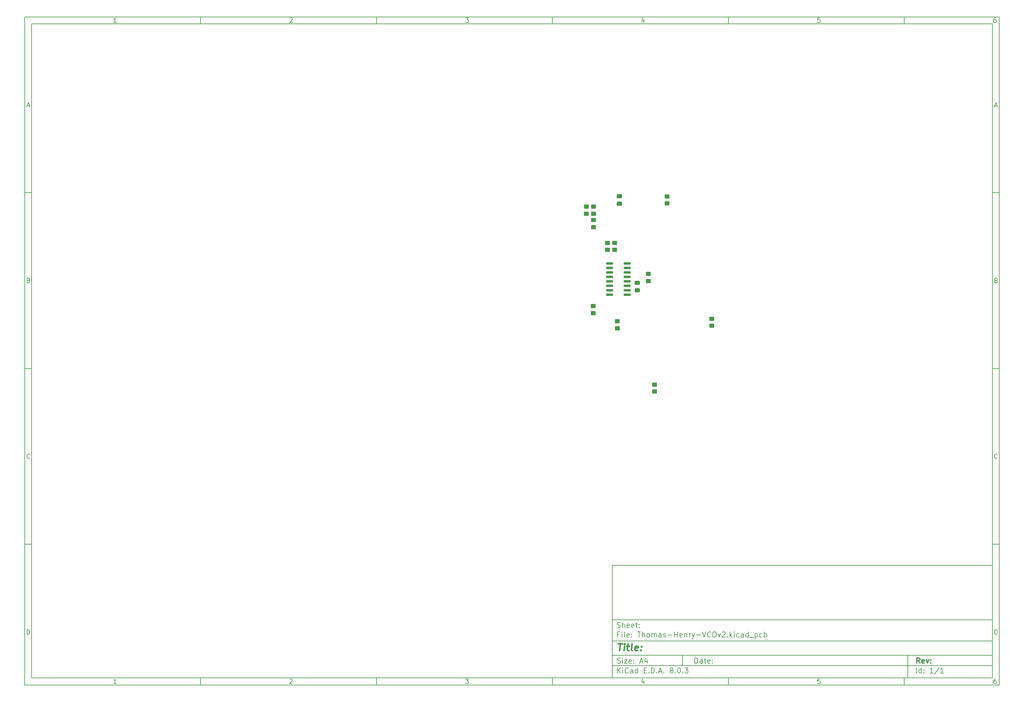
<source format=gbr>
%TF.GenerationSoftware,KiCad,Pcbnew,8.0.3*%
%TF.CreationDate,2024-12-05T20:13:47+00:00*%
%TF.ProjectId,Thomas-Henry-VCOv2,54686f6d-6173-42d4-9865-6e72792d5643,rev?*%
%TF.SameCoordinates,Original*%
%TF.FileFunction,Paste,Bot*%
%TF.FilePolarity,Positive*%
%FSLAX46Y46*%
G04 Gerber Fmt 4.6, Leading zero omitted, Abs format (unit mm)*
G04 Created by KiCad (PCBNEW 8.0.3) date 2024-12-05 20:13:47*
%MOMM*%
%LPD*%
G01*
G04 APERTURE LIST*
G04 Aperture macros list*
%AMRoundRect*
0 Rectangle with rounded corners*
0 $1 Rounding radius*
0 $2 $3 $4 $5 $6 $7 $8 $9 X,Y pos of 4 corners*
0 Add a 4 corners polygon primitive as box body*
4,1,4,$2,$3,$4,$5,$6,$7,$8,$9,$2,$3,0*
0 Add four circle primitives for the rounded corners*
1,1,$1+$1,$2,$3*
1,1,$1+$1,$4,$5*
1,1,$1+$1,$6,$7*
1,1,$1+$1,$8,$9*
0 Add four rect primitives between the rounded corners*
20,1,$1+$1,$2,$3,$4,$5,0*
20,1,$1+$1,$4,$5,$6,$7,0*
20,1,$1+$1,$6,$7,$8,$9,0*
20,1,$1+$1,$8,$9,$2,$3,0*%
G04 Aperture macros list end*
%ADD10C,0.100000*%
%ADD11C,0.150000*%
%ADD12C,0.300000*%
%ADD13C,0.400000*%
%ADD14RoundRect,0.250000X-0.475000X0.337500X-0.475000X-0.337500X0.475000X-0.337500X0.475000X0.337500X0*%
%ADD15RoundRect,0.250000X0.450000X-0.350000X0.450000X0.350000X-0.450000X0.350000X-0.450000X-0.350000X0*%
%ADD16RoundRect,0.250000X-0.450000X0.350000X-0.450000X-0.350000X0.450000X-0.350000X0.450000X0.350000X0*%
%ADD17RoundRect,0.150000X0.825000X0.150000X-0.825000X0.150000X-0.825000X-0.150000X0.825000X-0.150000X0*%
G04 APERTURE END LIST*
D10*
D11*
X177002200Y-166007200D02*
X285002200Y-166007200D01*
X285002200Y-198007200D01*
X177002200Y-198007200D01*
X177002200Y-166007200D01*
D10*
D11*
X10000000Y-10000000D02*
X287002200Y-10000000D01*
X287002200Y-200007200D01*
X10000000Y-200007200D01*
X10000000Y-10000000D01*
D10*
D11*
X12000000Y-12000000D02*
X285002200Y-12000000D01*
X285002200Y-198007200D01*
X12000000Y-198007200D01*
X12000000Y-12000000D01*
D10*
D11*
X60000000Y-12000000D02*
X60000000Y-10000000D01*
D10*
D11*
X110000000Y-12000000D02*
X110000000Y-10000000D01*
D10*
D11*
X160000000Y-12000000D02*
X160000000Y-10000000D01*
D10*
D11*
X210000000Y-12000000D02*
X210000000Y-10000000D01*
D10*
D11*
X260000000Y-12000000D02*
X260000000Y-10000000D01*
D10*
D11*
X36089160Y-11593604D02*
X35346303Y-11593604D01*
X35717731Y-11593604D02*
X35717731Y-10293604D01*
X35717731Y-10293604D02*
X35593922Y-10479319D01*
X35593922Y-10479319D02*
X35470112Y-10603128D01*
X35470112Y-10603128D02*
X35346303Y-10665033D01*
D10*
D11*
X85346303Y-10417414D02*
X85408207Y-10355509D01*
X85408207Y-10355509D02*
X85532017Y-10293604D01*
X85532017Y-10293604D02*
X85841541Y-10293604D01*
X85841541Y-10293604D02*
X85965350Y-10355509D01*
X85965350Y-10355509D02*
X86027255Y-10417414D01*
X86027255Y-10417414D02*
X86089160Y-10541223D01*
X86089160Y-10541223D02*
X86089160Y-10665033D01*
X86089160Y-10665033D02*
X86027255Y-10850747D01*
X86027255Y-10850747D02*
X85284398Y-11593604D01*
X85284398Y-11593604D02*
X86089160Y-11593604D01*
D10*
D11*
X135284398Y-10293604D02*
X136089160Y-10293604D01*
X136089160Y-10293604D02*
X135655826Y-10788842D01*
X135655826Y-10788842D02*
X135841541Y-10788842D01*
X135841541Y-10788842D02*
X135965350Y-10850747D01*
X135965350Y-10850747D02*
X136027255Y-10912652D01*
X136027255Y-10912652D02*
X136089160Y-11036461D01*
X136089160Y-11036461D02*
X136089160Y-11345985D01*
X136089160Y-11345985D02*
X136027255Y-11469795D01*
X136027255Y-11469795D02*
X135965350Y-11531700D01*
X135965350Y-11531700D02*
X135841541Y-11593604D01*
X135841541Y-11593604D02*
X135470112Y-11593604D01*
X135470112Y-11593604D02*
X135346303Y-11531700D01*
X135346303Y-11531700D02*
X135284398Y-11469795D01*
D10*
D11*
X185965350Y-10726938D02*
X185965350Y-11593604D01*
X185655826Y-10231700D02*
X185346303Y-11160271D01*
X185346303Y-11160271D02*
X186151064Y-11160271D01*
D10*
D11*
X236027255Y-10293604D02*
X235408207Y-10293604D01*
X235408207Y-10293604D02*
X235346303Y-10912652D01*
X235346303Y-10912652D02*
X235408207Y-10850747D01*
X235408207Y-10850747D02*
X235532017Y-10788842D01*
X235532017Y-10788842D02*
X235841541Y-10788842D01*
X235841541Y-10788842D02*
X235965350Y-10850747D01*
X235965350Y-10850747D02*
X236027255Y-10912652D01*
X236027255Y-10912652D02*
X236089160Y-11036461D01*
X236089160Y-11036461D02*
X236089160Y-11345985D01*
X236089160Y-11345985D02*
X236027255Y-11469795D01*
X236027255Y-11469795D02*
X235965350Y-11531700D01*
X235965350Y-11531700D02*
X235841541Y-11593604D01*
X235841541Y-11593604D02*
X235532017Y-11593604D01*
X235532017Y-11593604D02*
X235408207Y-11531700D01*
X235408207Y-11531700D02*
X235346303Y-11469795D01*
D10*
D11*
X285965350Y-10293604D02*
X285717731Y-10293604D01*
X285717731Y-10293604D02*
X285593922Y-10355509D01*
X285593922Y-10355509D02*
X285532017Y-10417414D01*
X285532017Y-10417414D02*
X285408207Y-10603128D01*
X285408207Y-10603128D02*
X285346303Y-10850747D01*
X285346303Y-10850747D02*
X285346303Y-11345985D01*
X285346303Y-11345985D02*
X285408207Y-11469795D01*
X285408207Y-11469795D02*
X285470112Y-11531700D01*
X285470112Y-11531700D02*
X285593922Y-11593604D01*
X285593922Y-11593604D02*
X285841541Y-11593604D01*
X285841541Y-11593604D02*
X285965350Y-11531700D01*
X285965350Y-11531700D02*
X286027255Y-11469795D01*
X286027255Y-11469795D02*
X286089160Y-11345985D01*
X286089160Y-11345985D02*
X286089160Y-11036461D01*
X286089160Y-11036461D02*
X286027255Y-10912652D01*
X286027255Y-10912652D02*
X285965350Y-10850747D01*
X285965350Y-10850747D02*
X285841541Y-10788842D01*
X285841541Y-10788842D02*
X285593922Y-10788842D01*
X285593922Y-10788842D02*
X285470112Y-10850747D01*
X285470112Y-10850747D02*
X285408207Y-10912652D01*
X285408207Y-10912652D02*
X285346303Y-11036461D01*
D10*
D11*
X60000000Y-198007200D02*
X60000000Y-200007200D01*
D10*
D11*
X110000000Y-198007200D02*
X110000000Y-200007200D01*
D10*
D11*
X160000000Y-198007200D02*
X160000000Y-200007200D01*
D10*
D11*
X210000000Y-198007200D02*
X210000000Y-200007200D01*
D10*
D11*
X260000000Y-198007200D02*
X260000000Y-200007200D01*
D10*
D11*
X36089160Y-199600804D02*
X35346303Y-199600804D01*
X35717731Y-199600804D02*
X35717731Y-198300804D01*
X35717731Y-198300804D02*
X35593922Y-198486519D01*
X35593922Y-198486519D02*
X35470112Y-198610328D01*
X35470112Y-198610328D02*
X35346303Y-198672233D01*
D10*
D11*
X85346303Y-198424614D02*
X85408207Y-198362709D01*
X85408207Y-198362709D02*
X85532017Y-198300804D01*
X85532017Y-198300804D02*
X85841541Y-198300804D01*
X85841541Y-198300804D02*
X85965350Y-198362709D01*
X85965350Y-198362709D02*
X86027255Y-198424614D01*
X86027255Y-198424614D02*
X86089160Y-198548423D01*
X86089160Y-198548423D02*
X86089160Y-198672233D01*
X86089160Y-198672233D02*
X86027255Y-198857947D01*
X86027255Y-198857947D02*
X85284398Y-199600804D01*
X85284398Y-199600804D02*
X86089160Y-199600804D01*
D10*
D11*
X135284398Y-198300804D02*
X136089160Y-198300804D01*
X136089160Y-198300804D02*
X135655826Y-198796042D01*
X135655826Y-198796042D02*
X135841541Y-198796042D01*
X135841541Y-198796042D02*
X135965350Y-198857947D01*
X135965350Y-198857947D02*
X136027255Y-198919852D01*
X136027255Y-198919852D02*
X136089160Y-199043661D01*
X136089160Y-199043661D02*
X136089160Y-199353185D01*
X136089160Y-199353185D02*
X136027255Y-199476995D01*
X136027255Y-199476995D02*
X135965350Y-199538900D01*
X135965350Y-199538900D02*
X135841541Y-199600804D01*
X135841541Y-199600804D02*
X135470112Y-199600804D01*
X135470112Y-199600804D02*
X135346303Y-199538900D01*
X135346303Y-199538900D02*
X135284398Y-199476995D01*
D10*
D11*
X185965350Y-198734138D02*
X185965350Y-199600804D01*
X185655826Y-198238900D02*
X185346303Y-199167471D01*
X185346303Y-199167471D02*
X186151064Y-199167471D01*
D10*
D11*
X236027255Y-198300804D02*
X235408207Y-198300804D01*
X235408207Y-198300804D02*
X235346303Y-198919852D01*
X235346303Y-198919852D02*
X235408207Y-198857947D01*
X235408207Y-198857947D02*
X235532017Y-198796042D01*
X235532017Y-198796042D02*
X235841541Y-198796042D01*
X235841541Y-198796042D02*
X235965350Y-198857947D01*
X235965350Y-198857947D02*
X236027255Y-198919852D01*
X236027255Y-198919852D02*
X236089160Y-199043661D01*
X236089160Y-199043661D02*
X236089160Y-199353185D01*
X236089160Y-199353185D02*
X236027255Y-199476995D01*
X236027255Y-199476995D02*
X235965350Y-199538900D01*
X235965350Y-199538900D02*
X235841541Y-199600804D01*
X235841541Y-199600804D02*
X235532017Y-199600804D01*
X235532017Y-199600804D02*
X235408207Y-199538900D01*
X235408207Y-199538900D02*
X235346303Y-199476995D01*
D10*
D11*
X285965350Y-198300804D02*
X285717731Y-198300804D01*
X285717731Y-198300804D02*
X285593922Y-198362709D01*
X285593922Y-198362709D02*
X285532017Y-198424614D01*
X285532017Y-198424614D02*
X285408207Y-198610328D01*
X285408207Y-198610328D02*
X285346303Y-198857947D01*
X285346303Y-198857947D02*
X285346303Y-199353185D01*
X285346303Y-199353185D02*
X285408207Y-199476995D01*
X285408207Y-199476995D02*
X285470112Y-199538900D01*
X285470112Y-199538900D02*
X285593922Y-199600804D01*
X285593922Y-199600804D02*
X285841541Y-199600804D01*
X285841541Y-199600804D02*
X285965350Y-199538900D01*
X285965350Y-199538900D02*
X286027255Y-199476995D01*
X286027255Y-199476995D02*
X286089160Y-199353185D01*
X286089160Y-199353185D02*
X286089160Y-199043661D01*
X286089160Y-199043661D02*
X286027255Y-198919852D01*
X286027255Y-198919852D02*
X285965350Y-198857947D01*
X285965350Y-198857947D02*
X285841541Y-198796042D01*
X285841541Y-198796042D02*
X285593922Y-198796042D01*
X285593922Y-198796042D02*
X285470112Y-198857947D01*
X285470112Y-198857947D02*
X285408207Y-198919852D01*
X285408207Y-198919852D02*
X285346303Y-199043661D01*
D10*
D11*
X10000000Y-60000000D02*
X12000000Y-60000000D01*
D10*
D11*
X10000000Y-110000000D02*
X12000000Y-110000000D01*
D10*
D11*
X10000000Y-160000000D02*
X12000000Y-160000000D01*
D10*
D11*
X10690476Y-35222176D02*
X11309523Y-35222176D01*
X10566666Y-35593604D02*
X10999999Y-34293604D01*
X10999999Y-34293604D02*
X11433333Y-35593604D01*
D10*
D11*
X11092857Y-84912652D02*
X11278571Y-84974557D01*
X11278571Y-84974557D02*
X11340476Y-85036461D01*
X11340476Y-85036461D02*
X11402380Y-85160271D01*
X11402380Y-85160271D02*
X11402380Y-85345985D01*
X11402380Y-85345985D02*
X11340476Y-85469795D01*
X11340476Y-85469795D02*
X11278571Y-85531700D01*
X11278571Y-85531700D02*
X11154761Y-85593604D01*
X11154761Y-85593604D02*
X10659523Y-85593604D01*
X10659523Y-85593604D02*
X10659523Y-84293604D01*
X10659523Y-84293604D02*
X11092857Y-84293604D01*
X11092857Y-84293604D02*
X11216666Y-84355509D01*
X11216666Y-84355509D02*
X11278571Y-84417414D01*
X11278571Y-84417414D02*
X11340476Y-84541223D01*
X11340476Y-84541223D02*
X11340476Y-84665033D01*
X11340476Y-84665033D02*
X11278571Y-84788842D01*
X11278571Y-84788842D02*
X11216666Y-84850747D01*
X11216666Y-84850747D02*
X11092857Y-84912652D01*
X11092857Y-84912652D02*
X10659523Y-84912652D01*
D10*
D11*
X11402380Y-135469795D02*
X11340476Y-135531700D01*
X11340476Y-135531700D02*
X11154761Y-135593604D01*
X11154761Y-135593604D02*
X11030952Y-135593604D01*
X11030952Y-135593604D02*
X10845238Y-135531700D01*
X10845238Y-135531700D02*
X10721428Y-135407890D01*
X10721428Y-135407890D02*
X10659523Y-135284080D01*
X10659523Y-135284080D02*
X10597619Y-135036461D01*
X10597619Y-135036461D02*
X10597619Y-134850747D01*
X10597619Y-134850747D02*
X10659523Y-134603128D01*
X10659523Y-134603128D02*
X10721428Y-134479319D01*
X10721428Y-134479319D02*
X10845238Y-134355509D01*
X10845238Y-134355509D02*
X11030952Y-134293604D01*
X11030952Y-134293604D02*
X11154761Y-134293604D01*
X11154761Y-134293604D02*
X11340476Y-134355509D01*
X11340476Y-134355509D02*
X11402380Y-134417414D01*
D10*
D11*
X10659523Y-185593604D02*
X10659523Y-184293604D01*
X10659523Y-184293604D02*
X10969047Y-184293604D01*
X10969047Y-184293604D02*
X11154761Y-184355509D01*
X11154761Y-184355509D02*
X11278571Y-184479319D01*
X11278571Y-184479319D02*
X11340476Y-184603128D01*
X11340476Y-184603128D02*
X11402380Y-184850747D01*
X11402380Y-184850747D02*
X11402380Y-185036461D01*
X11402380Y-185036461D02*
X11340476Y-185284080D01*
X11340476Y-185284080D02*
X11278571Y-185407890D01*
X11278571Y-185407890D02*
X11154761Y-185531700D01*
X11154761Y-185531700D02*
X10969047Y-185593604D01*
X10969047Y-185593604D02*
X10659523Y-185593604D01*
D10*
D11*
X287002200Y-60000000D02*
X285002200Y-60000000D01*
D10*
D11*
X287002200Y-110000000D02*
X285002200Y-110000000D01*
D10*
D11*
X287002200Y-160000000D02*
X285002200Y-160000000D01*
D10*
D11*
X285692676Y-35222176D02*
X286311723Y-35222176D01*
X285568866Y-35593604D02*
X286002199Y-34293604D01*
X286002199Y-34293604D02*
X286435533Y-35593604D01*
D10*
D11*
X286095057Y-84912652D02*
X286280771Y-84974557D01*
X286280771Y-84974557D02*
X286342676Y-85036461D01*
X286342676Y-85036461D02*
X286404580Y-85160271D01*
X286404580Y-85160271D02*
X286404580Y-85345985D01*
X286404580Y-85345985D02*
X286342676Y-85469795D01*
X286342676Y-85469795D02*
X286280771Y-85531700D01*
X286280771Y-85531700D02*
X286156961Y-85593604D01*
X286156961Y-85593604D02*
X285661723Y-85593604D01*
X285661723Y-85593604D02*
X285661723Y-84293604D01*
X285661723Y-84293604D02*
X286095057Y-84293604D01*
X286095057Y-84293604D02*
X286218866Y-84355509D01*
X286218866Y-84355509D02*
X286280771Y-84417414D01*
X286280771Y-84417414D02*
X286342676Y-84541223D01*
X286342676Y-84541223D02*
X286342676Y-84665033D01*
X286342676Y-84665033D02*
X286280771Y-84788842D01*
X286280771Y-84788842D02*
X286218866Y-84850747D01*
X286218866Y-84850747D02*
X286095057Y-84912652D01*
X286095057Y-84912652D02*
X285661723Y-84912652D01*
D10*
D11*
X286404580Y-135469795D02*
X286342676Y-135531700D01*
X286342676Y-135531700D02*
X286156961Y-135593604D01*
X286156961Y-135593604D02*
X286033152Y-135593604D01*
X286033152Y-135593604D02*
X285847438Y-135531700D01*
X285847438Y-135531700D02*
X285723628Y-135407890D01*
X285723628Y-135407890D02*
X285661723Y-135284080D01*
X285661723Y-135284080D02*
X285599819Y-135036461D01*
X285599819Y-135036461D02*
X285599819Y-134850747D01*
X285599819Y-134850747D02*
X285661723Y-134603128D01*
X285661723Y-134603128D02*
X285723628Y-134479319D01*
X285723628Y-134479319D02*
X285847438Y-134355509D01*
X285847438Y-134355509D02*
X286033152Y-134293604D01*
X286033152Y-134293604D02*
X286156961Y-134293604D01*
X286156961Y-134293604D02*
X286342676Y-134355509D01*
X286342676Y-134355509D02*
X286404580Y-134417414D01*
D10*
D11*
X285661723Y-185593604D02*
X285661723Y-184293604D01*
X285661723Y-184293604D02*
X285971247Y-184293604D01*
X285971247Y-184293604D02*
X286156961Y-184355509D01*
X286156961Y-184355509D02*
X286280771Y-184479319D01*
X286280771Y-184479319D02*
X286342676Y-184603128D01*
X286342676Y-184603128D02*
X286404580Y-184850747D01*
X286404580Y-184850747D02*
X286404580Y-185036461D01*
X286404580Y-185036461D02*
X286342676Y-185284080D01*
X286342676Y-185284080D02*
X286280771Y-185407890D01*
X286280771Y-185407890D02*
X286156961Y-185531700D01*
X286156961Y-185531700D02*
X285971247Y-185593604D01*
X285971247Y-185593604D02*
X285661723Y-185593604D01*
D10*
D11*
X200458026Y-193793328D02*
X200458026Y-192293328D01*
X200458026Y-192293328D02*
X200815169Y-192293328D01*
X200815169Y-192293328D02*
X201029455Y-192364757D01*
X201029455Y-192364757D02*
X201172312Y-192507614D01*
X201172312Y-192507614D02*
X201243741Y-192650471D01*
X201243741Y-192650471D02*
X201315169Y-192936185D01*
X201315169Y-192936185D02*
X201315169Y-193150471D01*
X201315169Y-193150471D02*
X201243741Y-193436185D01*
X201243741Y-193436185D02*
X201172312Y-193579042D01*
X201172312Y-193579042D02*
X201029455Y-193721900D01*
X201029455Y-193721900D02*
X200815169Y-193793328D01*
X200815169Y-193793328D02*
X200458026Y-193793328D01*
X202600884Y-193793328D02*
X202600884Y-193007614D01*
X202600884Y-193007614D02*
X202529455Y-192864757D01*
X202529455Y-192864757D02*
X202386598Y-192793328D01*
X202386598Y-192793328D02*
X202100884Y-192793328D01*
X202100884Y-192793328D02*
X201958026Y-192864757D01*
X202600884Y-193721900D02*
X202458026Y-193793328D01*
X202458026Y-193793328D02*
X202100884Y-193793328D01*
X202100884Y-193793328D02*
X201958026Y-193721900D01*
X201958026Y-193721900D02*
X201886598Y-193579042D01*
X201886598Y-193579042D02*
X201886598Y-193436185D01*
X201886598Y-193436185D02*
X201958026Y-193293328D01*
X201958026Y-193293328D02*
X202100884Y-193221900D01*
X202100884Y-193221900D02*
X202458026Y-193221900D01*
X202458026Y-193221900D02*
X202600884Y-193150471D01*
X203100884Y-192793328D02*
X203672312Y-192793328D01*
X203315169Y-192293328D02*
X203315169Y-193579042D01*
X203315169Y-193579042D02*
X203386598Y-193721900D01*
X203386598Y-193721900D02*
X203529455Y-193793328D01*
X203529455Y-193793328D02*
X203672312Y-193793328D01*
X204743741Y-193721900D02*
X204600884Y-193793328D01*
X204600884Y-193793328D02*
X204315170Y-193793328D01*
X204315170Y-193793328D02*
X204172312Y-193721900D01*
X204172312Y-193721900D02*
X204100884Y-193579042D01*
X204100884Y-193579042D02*
X204100884Y-193007614D01*
X204100884Y-193007614D02*
X204172312Y-192864757D01*
X204172312Y-192864757D02*
X204315170Y-192793328D01*
X204315170Y-192793328D02*
X204600884Y-192793328D01*
X204600884Y-192793328D02*
X204743741Y-192864757D01*
X204743741Y-192864757D02*
X204815170Y-193007614D01*
X204815170Y-193007614D02*
X204815170Y-193150471D01*
X204815170Y-193150471D02*
X204100884Y-193293328D01*
X205458026Y-193650471D02*
X205529455Y-193721900D01*
X205529455Y-193721900D02*
X205458026Y-193793328D01*
X205458026Y-193793328D02*
X205386598Y-193721900D01*
X205386598Y-193721900D02*
X205458026Y-193650471D01*
X205458026Y-193650471D02*
X205458026Y-193793328D01*
X205458026Y-192864757D02*
X205529455Y-192936185D01*
X205529455Y-192936185D02*
X205458026Y-193007614D01*
X205458026Y-193007614D02*
X205386598Y-192936185D01*
X205386598Y-192936185D02*
X205458026Y-192864757D01*
X205458026Y-192864757D02*
X205458026Y-193007614D01*
D10*
D11*
X177002200Y-194507200D02*
X285002200Y-194507200D01*
D10*
D11*
X178458026Y-196593328D02*
X178458026Y-195093328D01*
X179315169Y-196593328D02*
X178672312Y-195736185D01*
X179315169Y-195093328D02*
X178458026Y-195950471D01*
X179958026Y-196593328D02*
X179958026Y-195593328D01*
X179958026Y-195093328D02*
X179886598Y-195164757D01*
X179886598Y-195164757D02*
X179958026Y-195236185D01*
X179958026Y-195236185D02*
X180029455Y-195164757D01*
X180029455Y-195164757D02*
X179958026Y-195093328D01*
X179958026Y-195093328D02*
X179958026Y-195236185D01*
X181529455Y-196450471D02*
X181458027Y-196521900D01*
X181458027Y-196521900D02*
X181243741Y-196593328D01*
X181243741Y-196593328D02*
X181100884Y-196593328D01*
X181100884Y-196593328D02*
X180886598Y-196521900D01*
X180886598Y-196521900D02*
X180743741Y-196379042D01*
X180743741Y-196379042D02*
X180672312Y-196236185D01*
X180672312Y-196236185D02*
X180600884Y-195950471D01*
X180600884Y-195950471D02*
X180600884Y-195736185D01*
X180600884Y-195736185D02*
X180672312Y-195450471D01*
X180672312Y-195450471D02*
X180743741Y-195307614D01*
X180743741Y-195307614D02*
X180886598Y-195164757D01*
X180886598Y-195164757D02*
X181100884Y-195093328D01*
X181100884Y-195093328D02*
X181243741Y-195093328D01*
X181243741Y-195093328D02*
X181458027Y-195164757D01*
X181458027Y-195164757D02*
X181529455Y-195236185D01*
X182815170Y-196593328D02*
X182815170Y-195807614D01*
X182815170Y-195807614D02*
X182743741Y-195664757D01*
X182743741Y-195664757D02*
X182600884Y-195593328D01*
X182600884Y-195593328D02*
X182315170Y-195593328D01*
X182315170Y-195593328D02*
X182172312Y-195664757D01*
X182815170Y-196521900D02*
X182672312Y-196593328D01*
X182672312Y-196593328D02*
X182315170Y-196593328D01*
X182315170Y-196593328D02*
X182172312Y-196521900D01*
X182172312Y-196521900D02*
X182100884Y-196379042D01*
X182100884Y-196379042D02*
X182100884Y-196236185D01*
X182100884Y-196236185D02*
X182172312Y-196093328D01*
X182172312Y-196093328D02*
X182315170Y-196021900D01*
X182315170Y-196021900D02*
X182672312Y-196021900D01*
X182672312Y-196021900D02*
X182815170Y-195950471D01*
X184172313Y-196593328D02*
X184172313Y-195093328D01*
X184172313Y-196521900D02*
X184029455Y-196593328D01*
X184029455Y-196593328D02*
X183743741Y-196593328D01*
X183743741Y-196593328D02*
X183600884Y-196521900D01*
X183600884Y-196521900D02*
X183529455Y-196450471D01*
X183529455Y-196450471D02*
X183458027Y-196307614D01*
X183458027Y-196307614D02*
X183458027Y-195879042D01*
X183458027Y-195879042D02*
X183529455Y-195736185D01*
X183529455Y-195736185D02*
X183600884Y-195664757D01*
X183600884Y-195664757D02*
X183743741Y-195593328D01*
X183743741Y-195593328D02*
X184029455Y-195593328D01*
X184029455Y-195593328D02*
X184172313Y-195664757D01*
X186029455Y-195807614D02*
X186529455Y-195807614D01*
X186743741Y-196593328D02*
X186029455Y-196593328D01*
X186029455Y-196593328D02*
X186029455Y-195093328D01*
X186029455Y-195093328D02*
X186743741Y-195093328D01*
X187386598Y-196450471D02*
X187458027Y-196521900D01*
X187458027Y-196521900D02*
X187386598Y-196593328D01*
X187386598Y-196593328D02*
X187315170Y-196521900D01*
X187315170Y-196521900D02*
X187386598Y-196450471D01*
X187386598Y-196450471D02*
X187386598Y-196593328D01*
X188100884Y-196593328D02*
X188100884Y-195093328D01*
X188100884Y-195093328D02*
X188458027Y-195093328D01*
X188458027Y-195093328D02*
X188672313Y-195164757D01*
X188672313Y-195164757D02*
X188815170Y-195307614D01*
X188815170Y-195307614D02*
X188886599Y-195450471D01*
X188886599Y-195450471D02*
X188958027Y-195736185D01*
X188958027Y-195736185D02*
X188958027Y-195950471D01*
X188958027Y-195950471D02*
X188886599Y-196236185D01*
X188886599Y-196236185D02*
X188815170Y-196379042D01*
X188815170Y-196379042D02*
X188672313Y-196521900D01*
X188672313Y-196521900D02*
X188458027Y-196593328D01*
X188458027Y-196593328D02*
X188100884Y-196593328D01*
X189600884Y-196450471D02*
X189672313Y-196521900D01*
X189672313Y-196521900D02*
X189600884Y-196593328D01*
X189600884Y-196593328D02*
X189529456Y-196521900D01*
X189529456Y-196521900D02*
X189600884Y-196450471D01*
X189600884Y-196450471D02*
X189600884Y-196593328D01*
X190243742Y-196164757D02*
X190958028Y-196164757D01*
X190100885Y-196593328D02*
X190600885Y-195093328D01*
X190600885Y-195093328D02*
X191100885Y-196593328D01*
X191600884Y-196450471D02*
X191672313Y-196521900D01*
X191672313Y-196521900D02*
X191600884Y-196593328D01*
X191600884Y-196593328D02*
X191529456Y-196521900D01*
X191529456Y-196521900D02*
X191600884Y-196450471D01*
X191600884Y-196450471D02*
X191600884Y-196593328D01*
X193672313Y-195736185D02*
X193529456Y-195664757D01*
X193529456Y-195664757D02*
X193458027Y-195593328D01*
X193458027Y-195593328D02*
X193386599Y-195450471D01*
X193386599Y-195450471D02*
X193386599Y-195379042D01*
X193386599Y-195379042D02*
X193458027Y-195236185D01*
X193458027Y-195236185D02*
X193529456Y-195164757D01*
X193529456Y-195164757D02*
X193672313Y-195093328D01*
X193672313Y-195093328D02*
X193958027Y-195093328D01*
X193958027Y-195093328D02*
X194100885Y-195164757D01*
X194100885Y-195164757D02*
X194172313Y-195236185D01*
X194172313Y-195236185D02*
X194243742Y-195379042D01*
X194243742Y-195379042D02*
X194243742Y-195450471D01*
X194243742Y-195450471D02*
X194172313Y-195593328D01*
X194172313Y-195593328D02*
X194100885Y-195664757D01*
X194100885Y-195664757D02*
X193958027Y-195736185D01*
X193958027Y-195736185D02*
X193672313Y-195736185D01*
X193672313Y-195736185D02*
X193529456Y-195807614D01*
X193529456Y-195807614D02*
X193458027Y-195879042D01*
X193458027Y-195879042D02*
X193386599Y-196021900D01*
X193386599Y-196021900D02*
X193386599Y-196307614D01*
X193386599Y-196307614D02*
X193458027Y-196450471D01*
X193458027Y-196450471D02*
X193529456Y-196521900D01*
X193529456Y-196521900D02*
X193672313Y-196593328D01*
X193672313Y-196593328D02*
X193958027Y-196593328D01*
X193958027Y-196593328D02*
X194100885Y-196521900D01*
X194100885Y-196521900D02*
X194172313Y-196450471D01*
X194172313Y-196450471D02*
X194243742Y-196307614D01*
X194243742Y-196307614D02*
X194243742Y-196021900D01*
X194243742Y-196021900D02*
X194172313Y-195879042D01*
X194172313Y-195879042D02*
X194100885Y-195807614D01*
X194100885Y-195807614D02*
X193958027Y-195736185D01*
X194886598Y-196450471D02*
X194958027Y-196521900D01*
X194958027Y-196521900D02*
X194886598Y-196593328D01*
X194886598Y-196593328D02*
X194815170Y-196521900D01*
X194815170Y-196521900D02*
X194886598Y-196450471D01*
X194886598Y-196450471D02*
X194886598Y-196593328D01*
X195886599Y-195093328D02*
X196029456Y-195093328D01*
X196029456Y-195093328D02*
X196172313Y-195164757D01*
X196172313Y-195164757D02*
X196243742Y-195236185D01*
X196243742Y-195236185D02*
X196315170Y-195379042D01*
X196315170Y-195379042D02*
X196386599Y-195664757D01*
X196386599Y-195664757D02*
X196386599Y-196021900D01*
X196386599Y-196021900D02*
X196315170Y-196307614D01*
X196315170Y-196307614D02*
X196243742Y-196450471D01*
X196243742Y-196450471D02*
X196172313Y-196521900D01*
X196172313Y-196521900D02*
X196029456Y-196593328D01*
X196029456Y-196593328D02*
X195886599Y-196593328D01*
X195886599Y-196593328D02*
X195743742Y-196521900D01*
X195743742Y-196521900D02*
X195672313Y-196450471D01*
X195672313Y-196450471D02*
X195600884Y-196307614D01*
X195600884Y-196307614D02*
X195529456Y-196021900D01*
X195529456Y-196021900D02*
X195529456Y-195664757D01*
X195529456Y-195664757D02*
X195600884Y-195379042D01*
X195600884Y-195379042D02*
X195672313Y-195236185D01*
X195672313Y-195236185D02*
X195743742Y-195164757D01*
X195743742Y-195164757D02*
X195886599Y-195093328D01*
X197029455Y-196450471D02*
X197100884Y-196521900D01*
X197100884Y-196521900D02*
X197029455Y-196593328D01*
X197029455Y-196593328D02*
X196958027Y-196521900D01*
X196958027Y-196521900D02*
X197029455Y-196450471D01*
X197029455Y-196450471D02*
X197029455Y-196593328D01*
X197600884Y-195093328D02*
X198529456Y-195093328D01*
X198529456Y-195093328D02*
X198029456Y-195664757D01*
X198029456Y-195664757D02*
X198243741Y-195664757D01*
X198243741Y-195664757D02*
X198386599Y-195736185D01*
X198386599Y-195736185D02*
X198458027Y-195807614D01*
X198458027Y-195807614D02*
X198529456Y-195950471D01*
X198529456Y-195950471D02*
X198529456Y-196307614D01*
X198529456Y-196307614D02*
X198458027Y-196450471D01*
X198458027Y-196450471D02*
X198386599Y-196521900D01*
X198386599Y-196521900D02*
X198243741Y-196593328D01*
X198243741Y-196593328D02*
X197815170Y-196593328D01*
X197815170Y-196593328D02*
X197672313Y-196521900D01*
X197672313Y-196521900D02*
X197600884Y-196450471D01*
D10*
D11*
X177002200Y-191507200D02*
X285002200Y-191507200D01*
D10*
D12*
X264413853Y-193785528D02*
X263913853Y-193071242D01*
X263556710Y-193785528D02*
X263556710Y-192285528D01*
X263556710Y-192285528D02*
X264128139Y-192285528D01*
X264128139Y-192285528D02*
X264270996Y-192356957D01*
X264270996Y-192356957D02*
X264342425Y-192428385D01*
X264342425Y-192428385D02*
X264413853Y-192571242D01*
X264413853Y-192571242D02*
X264413853Y-192785528D01*
X264413853Y-192785528D02*
X264342425Y-192928385D01*
X264342425Y-192928385D02*
X264270996Y-192999814D01*
X264270996Y-192999814D02*
X264128139Y-193071242D01*
X264128139Y-193071242D02*
X263556710Y-193071242D01*
X265628139Y-193714100D02*
X265485282Y-193785528D01*
X265485282Y-193785528D02*
X265199568Y-193785528D01*
X265199568Y-193785528D02*
X265056710Y-193714100D01*
X265056710Y-193714100D02*
X264985282Y-193571242D01*
X264985282Y-193571242D02*
X264985282Y-192999814D01*
X264985282Y-192999814D02*
X265056710Y-192856957D01*
X265056710Y-192856957D02*
X265199568Y-192785528D01*
X265199568Y-192785528D02*
X265485282Y-192785528D01*
X265485282Y-192785528D02*
X265628139Y-192856957D01*
X265628139Y-192856957D02*
X265699568Y-192999814D01*
X265699568Y-192999814D02*
X265699568Y-193142671D01*
X265699568Y-193142671D02*
X264985282Y-193285528D01*
X266199567Y-192785528D02*
X266556710Y-193785528D01*
X266556710Y-193785528D02*
X266913853Y-192785528D01*
X267485281Y-193642671D02*
X267556710Y-193714100D01*
X267556710Y-193714100D02*
X267485281Y-193785528D01*
X267485281Y-193785528D02*
X267413853Y-193714100D01*
X267413853Y-193714100D02*
X267485281Y-193642671D01*
X267485281Y-193642671D02*
X267485281Y-193785528D01*
X267485281Y-192856957D02*
X267556710Y-192928385D01*
X267556710Y-192928385D02*
X267485281Y-192999814D01*
X267485281Y-192999814D02*
X267413853Y-192928385D01*
X267413853Y-192928385D02*
X267485281Y-192856957D01*
X267485281Y-192856957D02*
X267485281Y-192999814D01*
D10*
D11*
X178386598Y-193721900D02*
X178600884Y-193793328D01*
X178600884Y-193793328D02*
X178958026Y-193793328D01*
X178958026Y-193793328D02*
X179100884Y-193721900D01*
X179100884Y-193721900D02*
X179172312Y-193650471D01*
X179172312Y-193650471D02*
X179243741Y-193507614D01*
X179243741Y-193507614D02*
X179243741Y-193364757D01*
X179243741Y-193364757D02*
X179172312Y-193221900D01*
X179172312Y-193221900D02*
X179100884Y-193150471D01*
X179100884Y-193150471D02*
X178958026Y-193079042D01*
X178958026Y-193079042D02*
X178672312Y-193007614D01*
X178672312Y-193007614D02*
X178529455Y-192936185D01*
X178529455Y-192936185D02*
X178458026Y-192864757D01*
X178458026Y-192864757D02*
X178386598Y-192721900D01*
X178386598Y-192721900D02*
X178386598Y-192579042D01*
X178386598Y-192579042D02*
X178458026Y-192436185D01*
X178458026Y-192436185D02*
X178529455Y-192364757D01*
X178529455Y-192364757D02*
X178672312Y-192293328D01*
X178672312Y-192293328D02*
X179029455Y-192293328D01*
X179029455Y-192293328D02*
X179243741Y-192364757D01*
X179886597Y-193793328D02*
X179886597Y-192793328D01*
X179886597Y-192293328D02*
X179815169Y-192364757D01*
X179815169Y-192364757D02*
X179886597Y-192436185D01*
X179886597Y-192436185D02*
X179958026Y-192364757D01*
X179958026Y-192364757D02*
X179886597Y-192293328D01*
X179886597Y-192293328D02*
X179886597Y-192436185D01*
X180458026Y-192793328D02*
X181243741Y-192793328D01*
X181243741Y-192793328D02*
X180458026Y-193793328D01*
X180458026Y-193793328D02*
X181243741Y-193793328D01*
X182386598Y-193721900D02*
X182243741Y-193793328D01*
X182243741Y-193793328D02*
X181958027Y-193793328D01*
X181958027Y-193793328D02*
X181815169Y-193721900D01*
X181815169Y-193721900D02*
X181743741Y-193579042D01*
X181743741Y-193579042D02*
X181743741Y-193007614D01*
X181743741Y-193007614D02*
X181815169Y-192864757D01*
X181815169Y-192864757D02*
X181958027Y-192793328D01*
X181958027Y-192793328D02*
X182243741Y-192793328D01*
X182243741Y-192793328D02*
X182386598Y-192864757D01*
X182386598Y-192864757D02*
X182458027Y-193007614D01*
X182458027Y-193007614D02*
X182458027Y-193150471D01*
X182458027Y-193150471D02*
X181743741Y-193293328D01*
X183100883Y-193650471D02*
X183172312Y-193721900D01*
X183172312Y-193721900D02*
X183100883Y-193793328D01*
X183100883Y-193793328D02*
X183029455Y-193721900D01*
X183029455Y-193721900D02*
X183100883Y-193650471D01*
X183100883Y-193650471D02*
X183100883Y-193793328D01*
X183100883Y-192864757D02*
X183172312Y-192936185D01*
X183172312Y-192936185D02*
X183100883Y-193007614D01*
X183100883Y-193007614D02*
X183029455Y-192936185D01*
X183029455Y-192936185D02*
X183100883Y-192864757D01*
X183100883Y-192864757D02*
X183100883Y-193007614D01*
X184886598Y-193364757D02*
X185600884Y-193364757D01*
X184743741Y-193793328D02*
X185243741Y-192293328D01*
X185243741Y-192293328D02*
X185743741Y-193793328D01*
X186886598Y-192793328D02*
X186886598Y-193793328D01*
X186529455Y-192221900D02*
X186172312Y-193293328D01*
X186172312Y-193293328D02*
X187100883Y-193293328D01*
D10*
D11*
X263458026Y-196593328D02*
X263458026Y-195093328D01*
X264815170Y-196593328D02*
X264815170Y-195093328D01*
X264815170Y-196521900D02*
X264672312Y-196593328D01*
X264672312Y-196593328D02*
X264386598Y-196593328D01*
X264386598Y-196593328D02*
X264243741Y-196521900D01*
X264243741Y-196521900D02*
X264172312Y-196450471D01*
X264172312Y-196450471D02*
X264100884Y-196307614D01*
X264100884Y-196307614D02*
X264100884Y-195879042D01*
X264100884Y-195879042D02*
X264172312Y-195736185D01*
X264172312Y-195736185D02*
X264243741Y-195664757D01*
X264243741Y-195664757D02*
X264386598Y-195593328D01*
X264386598Y-195593328D02*
X264672312Y-195593328D01*
X264672312Y-195593328D02*
X264815170Y-195664757D01*
X265529455Y-196450471D02*
X265600884Y-196521900D01*
X265600884Y-196521900D02*
X265529455Y-196593328D01*
X265529455Y-196593328D02*
X265458027Y-196521900D01*
X265458027Y-196521900D02*
X265529455Y-196450471D01*
X265529455Y-196450471D02*
X265529455Y-196593328D01*
X265529455Y-195664757D02*
X265600884Y-195736185D01*
X265600884Y-195736185D02*
X265529455Y-195807614D01*
X265529455Y-195807614D02*
X265458027Y-195736185D01*
X265458027Y-195736185D02*
X265529455Y-195664757D01*
X265529455Y-195664757D02*
X265529455Y-195807614D01*
X268172313Y-196593328D02*
X267315170Y-196593328D01*
X267743741Y-196593328D02*
X267743741Y-195093328D01*
X267743741Y-195093328D02*
X267600884Y-195307614D01*
X267600884Y-195307614D02*
X267458027Y-195450471D01*
X267458027Y-195450471D02*
X267315170Y-195521900D01*
X269886598Y-195021900D02*
X268600884Y-196950471D01*
X271172313Y-196593328D02*
X270315170Y-196593328D01*
X270743741Y-196593328D02*
X270743741Y-195093328D01*
X270743741Y-195093328D02*
X270600884Y-195307614D01*
X270600884Y-195307614D02*
X270458027Y-195450471D01*
X270458027Y-195450471D02*
X270315170Y-195521900D01*
D10*
D11*
X177002200Y-187507200D02*
X285002200Y-187507200D01*
D10*
D13*
X178693928Y-188211638D02*
X179836785Y-188211638D01*
X179015357Y-190211638D02*
X179265357Y-188211638D01*
X180253452Y-190211638D02*
X180420119Y-188878304D01*
X180503452Y-188211638D02*
X180396309Y-188306876D01*
X180396309Y-188306876D02*
X180479643Y-188402114D01*
X180479643Y-188402114D02*
X180586786Y-188306876D01*
X180586786Y-188306876D02*
X180503452Y-188211638D01*
X180503452Y-188211638D02*
X180479643Y-188402114D01*
X181086786Y-188878304D02*
X181848690Y-188878304D01*
X181455833Y-188211638D02*
X181241548Y-189925923D01*
X181241548Y-189925923D02*
X181312976Y-190116400D01*
X181312976Y-190116400D02*
X181491548Y-190211638D01*
X181491548Y-190211638D02*
X181682024Y-190211638D01*
X182634405Y-190211638D02*
X182455833Y-190116400D01*
X182455833Y-190116400D02*
X182384405Y-189925923D01*
X182384405Y-189925923D02*
X182598690Y-188211638D01*
X184170119Y-190116400D02*
X183967738Y-190211638D01*
X183967738Y-190211638D02*
X183586785Y-190211638D01*
X183586785Y-190211638D02*
X183408214Y-190116400D01*
X183408214Y-190116400D02*
X183336785Y-189925923D01*
X183336785Y-189925923D02*
X183432024Y-189164019D01*
X183432024Y-189164019D02*
X183551071Y-188973542D01*
X183551071Y-188973542D02*
X183753452Y-188878304D01*
X183753452Y-188878304D02*
X184134404Y-188878304D01*
X184134404Y-188878304D02*
X184312976Y-188973542D01*
X184312976Y-188973542D02*
X184384404Y-189164019D01*
X184384404Y-189164019D02*
X184360595Y-189354495D01*
X184360595Y-189354495D02*
X183384404Y-189544971D01*
X185134405Y-190021161D02*
X185217738Y-190116400D01*
X185217738Y-190116400D02*
X185110595Y-190211638D01*
X185110595Y-190211638D02*
X185027262Y-190116400D01*
X185027262Y-190116400D02*
X185134405Y-190021161D01*
X185134405Y-190021161D02*
X185110595Y-190211638D01*
X185265357Y-188973542D02*
X185348690Y-189068780D01*
X185348690Y-189068780D02*
X185241548Y-189164019D01*
X185241548Y-189164019D02*
X185158214Y-189068780D01*
X185158214Y-189068780D02*
X185265357Y-188973542D01*
X185265357Y-188973542D02*
X185241548Y-189164019D01*
D10*
D11*
X178958026Y-185607614D02*
X178458026Y-185607614D01*
X178458026Y-186393328D02*
X178458026Y-184893328D01*
X178458026Y-184893328D02*
X179172312Y-184893328D01*
X179743740Y-186393328D02*
X179743740Y-185393328D01*
X179743740Y-184893328D02*
X179672312Y-184964757D01*
X179672312Y-184964757D02*
X179743740Y-185036185D01*
X179743740Y-185036185D02*
X179815169Y-184964757D01*
X179815169Y-184964757D02*
X179743740Y-184893328D01*
X179743740Y-184893328D02*
X179743740Y-185036185D01*
X180672312Y-186393328D02*
X180529455Y-186321900D01*
X180529455Y-186321900D02*
X180458026Y-186179042D01*
X180458026Y-186179042D02*
X180458026Y-184893328D01*
X181815169Y-186321900D02*
X181672312Y-186393328D01*
X181672312Y-186393328D02*
X181386598Y-186393328D01*
X181386598Y-186393328D02*
X181243740Y-186321900D01*
X181243740Y-186321900D02*
X181172312Y-186179042D01*
X181172312Y-186179042D02*
X181172312Y-185607614D01*
X181172312Y-185607614D02*
X181243740Y-185464757D01*
X181243740Y-185464757D02*
X181386598Y-185393328D01*
X181386598Y-185393328D02*
X181672312Y-185393328D01*
X181672312Y-185393328D02*
X181815169Y-185464757D01*
X181815169Y-185464757D02*
X181886598Y-185607614D01*
X181886598Y-185607614D02*
X181886598Y-185750471D01*
X181886598Y-185750471D02*
X181172312Y-185893328D01*
X182529454Y-186250471D02*
X182600883Y-186321900D01*
X182600883Y-186321900D02*
X182529454Y-186393328D01*
X182529454Y-186393328D02*
X182458026Y-186321900D01*
X182458026Y-186321900D02*
X182529454Y-186250471D01*
X182529454Y-186250471D02*
X182529454Y-186393328D01*
X182529454Y-185464757D02*
X182600883Y-185536185D01*
X182600883Y-185536185D02*
X182529454Y-185607614D01*
X182529454Y-185607614D02*
X182458026Y-185536185D01*
X182458026Y-185536185D02*
X182529454Y-185464757D01*
X182529454Y-185464757D02*
X182529454Y-185607614D01*
X184172312Y-184893328D02*
X185029455Y-184893328D01*
X184600883Y-186393328D02*
X184600883Y-184893328D01*
X185529454Y-186393328D02*
X185529454Y-184893328D01*
X186172312Y-186393328D02*
X186172312Y-185607614D01*
X186172312Y-185607614D02*
X186100883Y-185464757D01*
X186100883Y-185464757D02*
X185958026Y-185393328D01*
X185958026Y-185393328D02*
X185743740Y-185393328D01*
X185743740Y-185393328D02*
X185600883Y-185464757D01*
X185600883Y-185464757D02*
X185529454Y-185536185D01*
X187100883Y-186393328D02*
X186958026Y-186321900D01*
X186958026Y-186321900D02*
X186886597Y-186250471D01*
X186886597Y-186250471D02*
X186815169Y-186107614D01*
X186815169Y-186107614D02*
X186815169Y-185679042D01*
X186815169Y-185679042D02*
X186886597Y-185536185D01*
X186886597Y-185536185D02*
X186958026Y-185464757D01*
X186958026Y-185464757D02*
X187100883Y-185393328D01*
X187100883Y-185393328D02*
X187315169Y-185393328D01*
X187315169Y-185393328D02*
X187458026Y-185464757D01*
X187458026Y-185464757D02*
X187529455Y-185536185D01*
X187529455Y-185536185D02*
X187600883Y-185679042D01*
X187600883Y-185679042D02*
X187600883Y-186107614D01*
X187600883Y-186107614D02*
X187529455Y-186250471D01*
X187529455Y-186250471D02*
X187458026Y-186321900D01*
X187458026Y-186321900D02*
X187315169Y-186393328D01*
X187315169Y-186393328D02*
X187100883Y-186393328D01*
X188243740Y-186393328D02*
X188243740Y-185393328D01*
X188243740Y-185536185D02*
X188315169Y-185464757D01*
X188315169Y-185464757D02*
X188458026Y-185393328D01*
X188458026Y-185393328D02*
X188672312Y-185393328D01*
X188672312Y-185393328D02*
X188815169Y-185464757D01*
X188815169Y-185464757D02*
X188886598Y-185607614D01*
X188886598Y-185607614D02*
X188886598Y-186393328D01*
X188886598Y-185607614D02*
X188958026Y-185464757D01*
X188958026Y-185464757D02*
X189100883Y-185393328D01*
X189100883Y-185393328D02*
X189315169Y-185393328D01*
X189315169Y-185393328D02*
X189458026Y-185464757D01*
X189458026Y-185464757D02*
X189529455Y-185607614D01*
X189529455Y-185607614D02*
X189529455Y-186393328D01*
X190886598Y-186393328D02*
X190886598Y-185607614D01*
X190886598Y-185607614D02*
X190815169Y-185464757D01*
X190815169Y-185464757D02*
X190672312Y-185393328D01*
X190672312Y-185393328D02*
X190386598Y-185393328D01*
X190386598Y-185393328D02*
X190243740Y-185464757D01*
X190886598Y-186321900D02*
X190743740Y-186393328D01*
X190743740Y-186393328D02*
X190386598Y-186393328D01*
X190386598Y-186393328D02*
X190243740Y-186321900D01*
X190243740Y-186321900D02*
X190172312Y-186179042D01*
X190172312Y-186179042D02*
X190172312Y-186036185D01*
X190172312Y-186036185D02*
X190243740Y-185893328D01*
X190243740Y-185893328D02*
X190386598Y-185821900D01*
X190386598Y-185821900D02*
X190743740Y-185821900D01*
X190743740Y-185821900D02*
X190886598Y-185750471D01*
X191529455Y-186321900D02*
X191672312Y-186393328D01*
X191672312Y-186393328D02*
X191958026Y-186393328D01*
X191958026Y-186393328D02*
X192100883Y-186321900D01*
X192100883Y-186321900D02*
X192172312Y-186179042D01*
X192172312Y-186179042D02*
X192172312Y-186107614D01*
X192172312Y-186107614D02*
X192100883Y-185964757D01*
X192100883Y-185964757D02*
X191958026Y-185893328D01*
X191958026Y-185893328D02*
X191743741Y-185893328D01*
X191743741Y-185893328D02*
X191600883Y-185821900D01*
X191600883Y-185821900D02*
X191529455Y-185679042D01*
X191529455Y-185679042D02*
X191529455Y-185607614D01*
X191529455Y-185607614D02*
X191600883Y-185464757D01*
X191600883Y-185464757D02*
X191743741Y-185393328D01*
X191743741Y-185393328D02*
X191958026Y-185393328D01*
X191958026Y-185393328D02*
X192100883Y-185464757D01*
X192815169Y-185821900D02*
X193958027Y-185821900D01*
X194672312Y-186393328D02*
X194672312Y-184893328D01*
X194672312Y-185607614D02*
X195529455Y-185607614D01*
X195529455Y-186393328D02*
X195529455Y-184893328D01*
X196815170Y-186321900D02*
X196672313Y-186393328D01*
X196672313Y-186393328D02*
X196386599Y-186393328D01*
X196386599Y-186393328D02*
X196243741Y-186321900D01*
X196243741Y-186321900D02*
X196172313Y-186179042D01*
X196172313Y-186179042D02*
X196172313Y-185607614D01*
X196172313Y-185607614D02*
X196243741Y-185464757D01*
X196243741Y-185464757D02*
X196386599Y-185393328D01*
X196386599Y-185393328D02*
X196672313Y-185393328D01*
X196672313Y-185393328D02*
X196815170Y-185464757D01*
X196815170Y-185464757D02*
X196886599Y-185607614D01*
X196886599Y-185607614D02*
X196886599Y-185750471D01*
X196886599Y-185750471D02*
X196172313Y-185893328D01*
X197529455Y-185393328D02*
X197529455Y-186393328D01*
X197529455Y-185536185D02*
X197600884Y-185464757D01*
X197600884Y-185464757D02*
X197743741Y-185393328D01*
X197743741Y-185393328D02*
X197958027Y-185393328D01*
X197958027Y-185393328D02*
X198100884Y-185464757D01*
X198100884Y-185464757D02*
X198172313Y-185607614D01*
X198172313Y-185607614D02*
X198172313Y-186393328D01*
X198886598Y-186393328D02*
X198886598Y-185393328D01*
X198886598Y-185679042D02*
X198958027Y-185536185D01*
X198958027Y-185536185D02*
X199029456Y-185464757D01*
X199029456Y-185464757D02*
X199172313Y-185393328D01*
X199172313Y-185393328D02*
X199315170Y-185393328D01*
X199672312Y-185393328D02*
X200029455Y-186393328D01*
X200386598Y-185393328D02*
X200029455Y-186393328D01*
X200029455Y-186393328D02*
X199886598Y-186750471D01*
X199886598Y-186750471D02*
X199815169Y-186821900D01*
X199815169Y-186821900D02*
X199672312Y-186893328D01*
X200958026Y-185821900D02*
X202100884Y-185821900D01*
X202600884Y-184893328D02*
X203100884Y-186393328D01*
X203100884Y-186393328D02*
X203600884Y-184893328D01*
X204958026Y-186250471D02*
X204886598Y-186321900D01*
X204886598Y-186321900D02*
X204672312Y-186393328D01*
X204672312Y-186393328D02*
X204529455Y-186393328D01*
X204529455Y-186393328D02*
X204315169Y-186321900D01*
X204315169Y-186321900D02*
X204172312Y-186179042D01*
X204172312Y-186179042D02*
X204100883Y-186036185D01*
X204100883Y-186036185D02*
X204029455Y-185750471D01*
X204029455Y-185750471D02*
X204029455Y-185536185D01*
X204029455Y-185536185D02*
X204100883Y-185250471D01*
X204100883Y-185250471D02*
X204172312Y-185107614D01*
X204172312Y-185107614D02*
X204315169Y-184964757D01*
X204315169Y-184964757D02*
X204529455Y-184893328D01*
X204529455Y-184893328D02*
X204672312Y-184893328D01*
X204672312Y-184893328D02*
X204886598Y-184964757D01*
X204886598Y-184964757D02*
X204958026Y-185036185D01*
X205886598Y-184893328D02*
X206172312Y-184893328D01*
X206172312Y-184893328D02*
X206315169Y-184964757D01*
X206315169Y-184964757D02*
X206458026Y-185107614D01*
X206458026Y-185107614D02*
X206529455Y-185393328D01*
X206529455Y-185393328D02*
X206529455Y-185893328D01*
X206529455Y-185893328D02*
X206458026Y-186179042D01*
X206458026Y-186179042D02*
X206315169Y-186321900D01*
X206315169Y-186321900D02*
X206172312Y-186393328D01*
X206172312Y-186393328D02*
X205886598Y-186393328D01*
X205886598Y-186393328D02*
X205743741Y-186321900D01*
X205743741Y-186321900D02*
X205600883Y-186179042D01*
X205600883Y-186179042D02*
X205529455Y-185893328D01*
X205529455Y-185893328D02*
X205529455Y-185393328D01*
X205529455Y-185393328D02*
X205600883Y-185107614D01*
X205600883Y-185107614D02*
X205743741Y-184964757D01*
X205743741Y-184964757D02*
X205886598Y-184893328D01*
X207029455Y-185393328D02*
X207386598Y-186393328D01*
X207386598Y-186393328D02*
X207743741Y-185393328D01*
X208243741Y-185036185D02*
X208315169Y-184964757D01*
X208315169Y-184964757D02*
X208458027Y-184893328D01*
X208458027Y-184893328D02*
X208815169Y-184893328D01*
X208815169Y-184893328D02*
X208958027Y-184964757D01*
X208958027Y-184964757D02*
X209029455Y-185036185D01*
X209029455Y-185036185D02*
X209100884Y-185179042D01*
X209100884Y-185179042D02*
X209100884Y-185321900D01*
X209100884Y-185321900D02*
X209029455Y-185536185D01*
X209029455Y-185536185D02*
X208172312Y-186393328D01*
X208172312Y-186393328D02*
X209100884Y-186393328D01*
X209743740Y-186250471D02*
X209815169Y-186321900D01*
X209815169Y-186321900D02*
X209743740Y-186393328D01*
X209743740Y-186393328D02*
X209672312Y-186321900D01*
X209672312Y-186321900D02*
X209743740Y-186250471D01*
X209743740Y-186250471D02*
X209743740Y-186393328D01*
X210458026Y-186393328D02*
X210458026Y-184893328D01*
X210600884Y-185821900D02*
X211029455Y-186393328D01*
X211029455Y-185393328D02*
X210458026Y-185964757D01*
X211672312Y-186393328D02*
X211672312Y-185393328D01*
X211672312Y-184893328D02*
X211600884Y-184964757D01*
X211600884Y-184964757D02*
X211672312Y-185036185D01*
X211672312Y-185036185D02*
X211743741Y-184964757D01*
X211743741Y-184964757D02*
X211672312Y-184893328D01*
X211672312Y-184893328D02*
X211672312Y-185036185D01*
X213029456Y-186321900D02*
X212886598Y-186393328D01*
X212886598Y-186393328D02*
X212600884Y-186393328D01*
X212600884Y-186393328D02*
X212458027Y-186321900D01*
X212458027Y-186321900D02*
X212386598Y-186250471D01*
X212386598Y-186250471D02*
X212315170Y-186107614D01*
X212315170Y-186107614D02*
X212315170Y-185679042D01*
X212315170Y-185679042D02*
X212386598Y-185536185D01*
X212386598Y-185536185D02*
X212458027Y-185464757D01*
X212458027Y-185464757D02*
X212600884Y-185393328D01*
X212600884Y-185393328D02*
X212886598Y-185393328D01*
X212886598Y-185393328D02*
X213029456Y-185464757D01*
X214315170Y-186393328D02*
X214315170Y-185607614D01*
X214315170Y-185607614D02*
X214243741Y-185464757D01*
X214243741Y-185464757D02*
X214100884Y-185393328D01*
X214100884Y-185393328D02*
X213815170Y-185393328D01*
X213815170Y-185393328D02*
X213672312Y-185464757D01*
X214315170Y-186321900D02*
X214172312Y-186393328D01*
X214172312Y-186393328D02*
X213815170Y-186393328D01*
X213815170Y-186393328D02*
X213672312Y-186321900D01*
X213672312Y-186321900D02*
X213600884Y-186179042D01*
X213600884Y-186179042D02*
X213600884Y-186036185D01*
X213600884Y-186036185D02*
X213672312Y-185893328D01*
X213672312Y-185893328D02*
X213815170Y-185821900D01*
X213815170Y-185821900D02*
X214172312Y-185821900D01*
X214172312Y-185821900D02*
X214315170Y-185750471D01*
X215672313Y-186393328D02*
X215672313Y-184893328D01*
X215672313Y-186321900D02*
X215529455Y-186393328D01*
X215529455Y-186393328D02*
X215243741Y-186393328D01*
X215243741Y-186393328D02*
X215100884Y-186321900D01*
X215100884Y-186321900D02*
X215029455Y-186250471D01*
X215029455Y-186250471D02*
X214958027Y-186107614D01*
X214958027Y-186107614D02*
X214958027Y-185679042D01*
X214958027Y-185679042D02*
X215029455Y-185536185D01*
X215029455Y-185536185D02*
X215100884Y-185464757D01*
X215100884Y-185464757D02*
X215243741Y-185393328D01*
X215243741Y-185393328D02*
X215529455Y-185393328D01*
X215529455Y-185393328D02*
X215672313Y-185464757D01*
X216029456Y-186536185D02*
X217172313Y-186536185D01*
X217529455Y-185393328D02*
X217529455Y-186893328D01*
X217529455Y-185464757D02*
X217672313Y-185393328D01*
X217672313Y-185393328D02*
X217958027Y-185393328D01*
X217958027Y-185393328D02*
X218100884Y-185464757D01*
X218100884Y-185464757D02*
X218172313Y-185536185D01*
X218172313Y-185536185D02*
X218243741Y-185679042D01*
X218243741Y-185679042D02*
X218243741Y-186107614D01*
X218243741Y-186107614D02*
X218172313Y-186250471D01*
X218172313Y-186250471D02*
X218100884Y-186321900D01*
X218100884Y-186321900D02*
X217958027Y-186393328D01*
X217958027Y-186393328D02*
X217672313Y-186393328D01*
X217672313Y-186393328D02*
X217529455Y-186321900D01*
X219529456Y-186321900D02*
X219386598Y-186393328D01*
X219386598Y-186393328D02*
X219100884Y-186393328D01*
X219100884Y-186393328D02*
X218958027Y-186321900D01*
X218958027Y-186321900D02*
X218886598Y-186250471D01*
X218886598Y-186250471D02*
X218815170Y-186107614D01*
X218815170Y-186107614D02*
X218815170Y-185679042D01*
X218815170Y-185679042D02*
X218886598Y-185536185D01*
X218886598Y-185536185D02*
X218958027Y-185464757D01*
X218958027Y-185464757D02*
X219100884Y-185393328D01*
X219100884Y-185393328D02*
X219386598Y-185393328D01*
X219386598Y-185393328D02*
X219529456Y-185464757D01*
X220172312Y-186393328D02*
X220172312Y-184893328D01*
X220172312Y-185464757D02*
X220315170Y-185393328D01*
X220315170Y-185393328D02*
X220600884Y-185393328D01*
X220600884Y-185393328D02*
X220743741Y-185464757D01*
X220743741Y-185464757D02*
X220815170Y-185536185D01*
X220815170Y-185536185D02*
X220886598Y-185679042D01*
X220886598Y-185679042D02*
X220886598Y-186107614D01*
X220886598Y-186107614D02*
X220815170Y-186250471D01*
X220815170Y-186250471D02*
X220743741Y-186321900D01*
X220743741Y-186321900D02*
X220600884Y-186393328D01*
X220600884Y-186393328D02*
X220315170Y-186393328D01*
X220315170Y-186393328D02*
X220172312Y-186321900D01*
D10*
D11*
X177002200Y-181507200D02*
X285002200Y-181507200D01*
D10*
D11*
X178386598Y-183621900D02*
X178600884Y-183693328D01*
X178600884Y-183693328D02*
X178958026Y-183693328D01*
X178958026Y-183693328D02*
X179100884Y-183621900D01*
X179100884Y-183621900D02*
X179172312Y-183550471D01*
X179172312Y-183550471D02*
X179243741Y-183407614D01*
X179243741Y-183407614D02*
X179243741Y-183264757D01*
X179243741Y-183264757D02*
X179172312Y-183121900D01*
X179172312Y-183121900D02*
X179100884Y-183050471D01*
X179100884Y-183050471D02*
X178958026Y-182979042D01*
X178958026Y-182979042D02*
X178672312Y-182907614D01*
X178672312Y-182907614D02*
X178529455Y-182836185D01*
X178529455Y-182836185D02*
X178458026Y-182764757D01*
X178458026Y-182764757D02*
X178386598Y-182621900D01*
X178386598Y-182621900D02*
X178386598Y-182479042D01*
X178386598Y-182479042D02*
X178458026Y-182336185D01*
X178458026Y-182336185D02*
X178529455Y-182264757D01*
X178529455Y-182264757D02*
X178672312Y-182193328D01*
X178672312Y-182193328D02*
X179029455Y-182193328D01*
X179029455Y-182193328D02*
X179243741Y-182264757D01*
X179886597Y-183693328D02*
X179886597Y-182193328D01*
X180529455Y-183693328D02*
X180529455Y-182907614D01*
X180529455Y-182907614D02*
X180458026Y-182764757D01*
X180458026Y-182764757D02*
X180315169Y-182693328D01*
X180315169Y-182693328D02*
X180100883Y-182693328D01*
X180100883Y-182693328D02*
X179958026Y-182764757D01*
X179958026Y-182764757D02*
X179886597Y-182836185D01*
X181815169Y-183621900D02*
X181672312Y-183693328D01*
X181672312Y-183693328D02*
X181386598Y-183693328D01*
X181386598Y-183693328D02*
X181243740Y-183621900D01*
X181243740Y-183621900D02*
X181172312Y-183479042D01*
X181172312Y-183479042D02*
X181172312Y-182907614D01*
X181172312Y-182907614D02*
X181243740Y-182764757D01*
X181243740Y-182764757D02*
X181386598Y-182693328D01*
X181386598Y-182693328D02*
X181672312Y-182693328D01*
X181672312Y-182693328D02*
X181815169Y-182764757D01*
X181815169Y-182764757D02*
X181886598Y-182907614D01*
X181886598Y-182907614D02*
X181886598Y-183050471D01*
X181886598Y-183050471D02*
X181172312Y-183193328D01*
X183100883Y-183621900D02*
X182958026Y-183693328D01*
X182958026Y-183693328D02*
X182672312Y-183693328D01*
X182672312Y-183693328D02*
X182529454Y-183621900D01*
X182529454Y-183621900D02*
X182458026Y-183479042D01*
X182458026Y-183479042D02*
X182458026Y-182907614D01*
X182458026Y-182907614D02*
X182529454Y-182764757D01*
X182529454Y-182764757D02*
X182672312Y-182693328D01*
X182672312Y-182693328D02*
X182958026Y-182693328D01*
X182958026Y-182693328D02*
X183100883Y-182764757D01*
X183100883Y-182764757D02*
X183172312Y-182907614D01*
X183172312Y-182907614D02*
X183172312Y-183050471D01*
X183172312Y-183050471D02*
X182458026Y-183193328D01*
X183600883Y-182693328D02*
X184172311Y-182693328D01*
X183815168Y-182193328D02*
X183815168Y-183479042D01*
X183815168Y-183479042D02*
X183886597Y-183621900D01*
X183886597Y-183621900D02*
X184029454Y-183693328D01*
X184029454Y-183693328D02*
X184172311Y-183693328D01*
X184672311Y-183550471D02*
X184743740Y-183621900D01*
X184743740Y-183621900D02*
X184672311Y-183693328D01*
X184672311Y-183693328D02*
X184600883Y-183621900D01*
X184600883Y-183621900D02*
X184672311Y-183550471D01*
X184672311Y-183550471D02*
X184672311Y-183693328D01*
X184672311Y-182764757D02*
X184743740Y-182836185D01*
X184743740Y-182836185D02*
X184672311Y-182907614D01*
X184672311Y-182907614D02*
X184600883Y-182836185D01*
X184600883Y-182836185D02*
X184672311Y-182764757D01*
X184672311Y-182764757D02*
X184672311Y-182907614D01*
D10*
D11*
X197002200Y-191507200D02*
X197002200Y-194507200D01*
D10*
D11*
X261002200Y-191507200D02*
X261002200Y-198007200D01*
D14*
%TO.C,C7*%
X179010000Y-61012500D03*
X179010000Y-63087500D03*
%TD*%
D15*
%TO.C,R30*%
X192548000Y-63046000D03*
X192548000Y-61046000D03*
%TD*%
D16*
%TO.C,R15*%
X205248000Y-95844000D03*
X205248000Y-97844000D03*
%TD*%
D15*
%TO.C,R9*%
X187200000Y-85100000D03*
X187200000Y-83100000D03*
%TD*%
%TO.C,R38*%
X169610000Y-65950000D03*
X169610000Y-63950000D03*
%TD*%
D16*
%TO.C,R11*%
X175650000Y-74240000D03*
X175650000Y-76240000D03*
%TD*%
D14*
%TO.C,C10*%
X184100000Y-85662500D03*
X184100000Y-87737500D03*
%TD*%
D16*
%TO.C,R5*%
X171540000Y-92270000D03*
X171540000Y-94270000D03*
%TD*%
%TO.C,R10*%
X177670000Y-74240000D03*
X177670000Y-76240000D03*
%TD*%
D15*
%TO.C,R27*%
X188990000Y-116570000D03*
X188990000Y-114570000D03*
%TD*%
%TO.C,R39*%
X171620000Y-69800000D03*
X171620000Y-67800000D03*
%TD*%
D17*
%TO.C,U1*%
X181200000Y-80090000D03*
X181200000Y-81360000D03*
X181200000Y-82630000D03*
X181200000Y-83900000D03*
X181200000Y-85170000D03*
X181200000Y-86440000D03*
X181200000Y-87710000D03*
X181200000Y-88980000D03*
X176250000Y-88980000D03*
X176250000Y-87710000D03*
X176250000Y-86440000D03*
X176250000Y-85170000D03*
X176250000Y-83900000D03*
X176250000Y-82630000D03*
X176250000Y-81360000D03*
X176250000Y-80090000D03*
%TD*%
D16*
%TO.C,R4*%
X178410000Y-96540000D03*
X178410000Y-98540000D03*
%TD*%
D15*
%TO.C,R37*%
X171620000Y-65950000D03*
X171620000Y-63950000D03*
%TD*%
M02*

</source>
